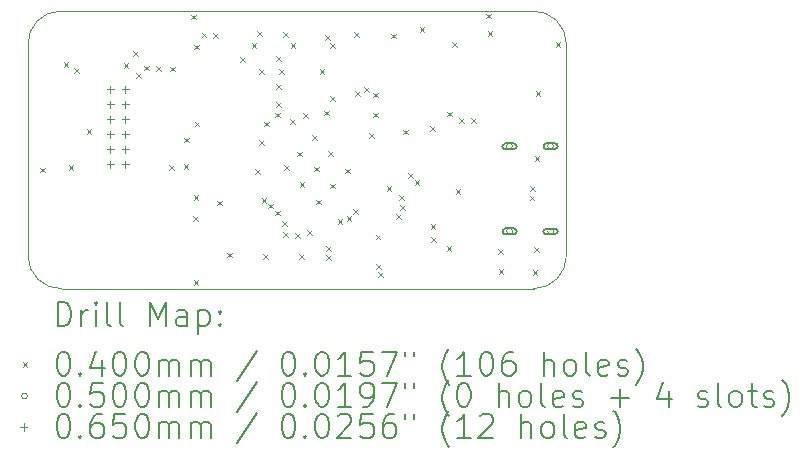
<source format=gbr>
%TF.GenerationSoftware,KiCad,Pcbnew,(6.0.9)*%
%TF.CreationDate,2022-11-24T16:48:48+01:00*%
%TF.ProjectId,LDAD ATOM PRO,4c444144-2041-4544-9f4d-2050524f2e6b,5.3*%
%TF.SameCoordinates,Original*%
%TF.FileFunction,Drillmap*%
%TF.FilePolarity,Positive*%
%FSLAX45Y45*%
G04 Gerber Fmt 4.5, Leading zero omitted, Abs format (unit mm)*
G04 Created by KiCad (PCBNEW (6.0.9)) date 2022-11-24 16:48:48*
%MOMM*%
%LPD*%
G01*
G04 APERTURE LIST*
%ADD10C,0.100000*%
%ADD11C,0.200000*%
%ADD12C,0.040000*%
%ADD13C,0.050000*%
%ADD14C,0.065000*%
G04 APERTURE END LIST*
D10*
X11910315Y-10919793D02*
X15903973Y-10920000D01*
X16181179Y-8848000D02*
G75*
G03*
X15893000Y-8570000I-278189J-10D01*
G01*
X15903973Y-10920002D02*
G75*
G03*
X16181972Y-10631820I-3J278182D01*
G01*
X11900387Y-8568955D02*
X15893000Y-8570000D01*
X16181972Y-10631820D02*
X16181180Y-8848000D01*
X11622138Y-10641793D02*
G75*
G03*
X11910315Y-10919793I278182J3D01*
G01*
X11622135Y-10641793D02*
X11622387Y-8857135D01*
X11900387Y-8568956D02*
G75*
G03*
X11622387Y-8857135I-27J-278154D01*
G01*
D11*
D12*
X11723000Y-9895000D02*
X11763000Y-9935000D01*
X11763000Y-9895000D02*
X11723000Y-9935000D01*
X11924000Y-9001000D02*
X11964000Y-9041000D01*
X11964000Y-9001000D02*
X11924000Y-9041000D01*
X11966000Y-9873000D02*
X12006000Y-9913000D01*
X12006000Y-9873000D02*
X11966000Y-9913000D01*
X12013000Y-9055000D02*
X12053000Y-9095000D01*
X12053000Y-9055000D02*
X12013000Y-9095000D01*
X12119000Y-9570000D02*
X12159000Y-9610000D01*
X12159000Y-9570000D02*
X12119000Y-9610000D01*
X12433000Y-9013000D02*
X12473000Y-9053000D01*
X12473000Y-9013000D02*
X12433000Y-9053000D01*
X12513000Y-8908000D02*
X12553000Y-8948000D01*
X12553000Y-8908000D02*
X12513000Y-8948000D01*
X12536000Y-9098000D02*
X12576000Y-9138000D01*
X12576000Y-9098000D02*
X12536000Y-9138000D01*
X12609000Y-9033000D02*
X12649000Y-9073000D01*
X12649000Y-9033000D02*
X12609000Y-9073000D01*
X12708000Y-9038000D02*
X12748000Y-9078000D01*
X12748000Y-9038000D02*
X12708000Y-9078000D01*
X12819000Y-9872000D02*
X12859000Y-9912000D01*
X12859000Y-9872000D02*
X12819000Y-9912000D01*
X12829000Y-9040000D02*
X12869000Y-9080000D01*
X12869000Y-9040000D02*
X12829000Y-9080000D01*
X12941000Y-9866000D02*
X12981000Y-9906000D01*
X12981000Y-9866000D02*
X12941000Y-9906000D01*
X12943000Y-9641000D02*
X12983000Y-9681000D01*
X12983000Y-9641000D02*
X12943000Y-9681000D01*
X13001000Y-8601000D02*
X13041000Y-8641000D01*
X13041000Y-8601000D02*
X13001000Y-8641000D01*
X13021000Y-10309000D02*
X13061000Y-10349000D01*
X13061000Y-10309000D02*
X13021000Y-10349000D01*
X13024000Y-10849000D02*
X13064000Y-10889000D01*
X13064000Y-10849000D02*
X13024000Y-10889000D01*
X13026000Y-10130000D02*
X13066000Y-10170000D01*
X13066000Y-10130000D02*
X13026000Y-10170000D01*
X13032000Y-8853000D02*
X13072000Y-8893000D01*
X13072000Y-8853000D02*
X13032000Y-8893000D01*
X13033000Y-9506000D02*
X13073000Y-9546000D01*
X13073000Y-9506000D02*
X13033000Y-9546000D01*
X13092000Y-8753000D02*
X13132000Y-8793000D01*
X13132000Y-8753000D02*
X13092000Y-8793000D01*
X13189000Y-8755000D02*
X13229000Y-8795000D01*
X13229000Y-8755000D02*
X13189000Y-8795000D01*
X13224000Y-10175000D02*
X13264000Y-10215000D01*
X13264000Y-10175000D02*
X13224000Y-10215000D01*
X13307000Y-10616000D02*
X13347000Y-10656000D01*
X13347000Y-10616000D02*
X13307000Y-10656000D01*
X13419000Y-8959000D02*
X13459000Y-8999000D01*
X13459000Y-8959000D02*
X13419000Y-8999000D01*
X13516000Y-8840000D02*
X13556000Y-8880000D01*
X13556000Y-8840000D02*
X13516000Y-8880000D01*
X13548000Y-9908000D02*
X13588000Y-9948000D01*
X13588000Y-9908000D02*
X13548000Y-9948000D01*
X13560000Y-8742000D02*
X13600000Y-8782000D01*
X13600000Y-8742000D02*
X13560000Y-8782000D01*
X13579000Y-9661000D02*
X13619000Y-9701000D01*
X13619000Y-9661000D02*
X13579000Y-9701000D01*
X13581000Y-9060000D02*
X13621000Y-9100000D01*
X13621000Y-9060000D02*
X13581000Y-9100000D01*
X13602000Y-10151000D02*
X13642000Y-10191000D01*
X13642000Y-10151000D02*
X13602000Y-10191000D01*
X13612000Y-10627000D02*
X13652000Y-10667000D01*
X13652000Y-10627000D02*
X13612000Y-10667000D01*
X13624000Y-9507000D02*
X13664000Y-9547000D01*
X13664000Y-9507000D02*
X13624000Y-9547000D01*
X13657000Y-10200000D02*
X13697000Y-10240000D01*
X13697000Y-10200000D02*
X13657000Y-10240000D01*
X13714000Y-10259000D02*
X13754000Y-10299000D01*
X13754000Y-10259000D02*
X13714000Y-10299000D01*
X13715000Y-9429000D02*
X13755000Y-9469000D01*
X13755000Y-9429000D02*
X13715000Y-9469000D01*
X13723000Y-9338000D02*
X13763000Y-9378000D01*
X13763000Y-9338000D02*
X13723000Y-9378000D01*
X13724000Y-8954000D02*
X13764000Y-8994000D01*
X13764000Y-8954000D02*
X13724000Y-8994000D01*
X13725000Y-9188000D02*
X13765000Y-9228000D01*
X13765000Y-9188000D02*
X13725000Y-9228000D01*
X13749000Y-9062000D02*
X13789000Y-9102000D01*
X13789000Y-9062000D02*
X13749000Y-9102000D01*
X13775000Y-10351000D02*
X13815000Y-10391000D01*
X13815000Y-10351000D02*
X13775000Y-10391000D01*
X13781000Y-8749000D02*
X13821000Y-8789000D01*
X13821000Y-8749000D02*
X13781000Y-8789000D01*
X13784000Y-10442000D02*
X13824000Y-10482000D01*
X13824000Y-10442000D02*
X13784000Y-10482000D01*
X13791000Y-9875000D02*
X13831000Y-9915000D01*
X13831000Y-9875000D02*
X13791000Y-9915000D01*
X13844000Y-9483000D02*
X13884000Y-9523000D01*
X13884000Y-9483000D02*
X13844000Y-9523000D01*
X13847000Y-8843000D02*
X13887000Y-8883000D01*
X13887000Y-8843000D02*
X13847000Y-8883000D01*
X13885000Y-10453000D02*
X13925000Y-10493000D01*
X13925000Y-10453000D02*
X13885000Y-10493000D01*
X13901000Y-9759000D02*
X13941000Y-9799000D01*
X13941000Y-9759000D02*
X13901000Y-9799000D01*
X13916000Y-10625000D02*
X13956000Y-10665000D01*
X13956000Y-10625000D02*
X13916000Y-10665000D01*
X13923000Y-10021000D02*
X13963000Y-10061000D01*
X13963000Y-10021000D02*
X13923000Y-10061000D01*
X13955000Y-9434000D02*
X13995000Y-9474000D01*
X13995000Y-9434000D02*
X13955000Y-9474000D01*
X13988000Y-10422000D02*
X14028000Y-10462000D01*
X14028000Y-10422000D02*
X13988000Y-10462000D01*
X14026000Y-9619000D02*
X14066000Y-9659000D01*
X14066000Y-9619000D02*
X14026000Y-9659000D01*
X14043000Y-9886000D02*
X14083000Y-9926000D01*
X14083000Y-9886000D02*
X14043000Y-9926000D01*
X14061000Y-10167000D02*
X14101000Y-10207000D01*
X14101000Y-10167000D02*
X14061000Y-10207000D01*
X14091000Y-9063000D02*
X14131000Y-9103000D01*
X14131000Y-9063000D02*
X14091000Y-9103000D01*
X14130000Y-9413000D02*
X14170000Y-9453000D01*
X14170000Y-9413000D02*
X14130000Y-9453000D01*
X14140000Y-8771000D02*
X14180000Y-8811000D01*
X14180000Y-8771000D02*
X14140000Y-8811000D01*
X14147000Y-10635000D02*
X14187000Y-10675000D01*
X14187000Y-10635000D02*
X14147000Y-10675000D01*
X14148000Y-10558000D02*
X14188000Y-10598000D01*
X14188000Y-10558000D02*
X14148000Y-10598000D01*
X14166000Y-9755000D02*
X14206000Y-9795000D01*
X14206000Y-9755000D02*
X14166000Y-9795000D01*
X14183000Y-8843000D02*
X14223000Y-8883000D01*
X14223000Y-8843000D02*
X14183000Y-8883000D01*
X14183000Y-9291000D02*
X14223000Y-9331000D01*
X14223000Y-9291000D02*
X14183000Y-9331000D01*
X14183000Y-10030000D02*
X14223000Y-10070000D01*
X14223000Y-10030000D02*
X14183000Y-10070000D01*
X14244000Y-10329000D02*
X14284000Y-10369000D01*
X14284000Y-10329000D02*
X14244000Y-10369000D01*
X14308000Y-9903000D02*
X14348000Y-9943000D01*
X14348000Y-9903000D02*
X14308000Y-9943000D01*
X14321000Y-10308000D02*
X14361000Y-10348000D01*
X14361000Y-10308000D02*
X14321000Y-10348000D01*
X14374000Y-10247000D02*
X14414000Y-10287000D01*
X14414000Y-10247000D02*
X14374000Y-10287000D01*
X14386000Y-8747000D02*
X14426000Y-8787000D01*
X14426000Y-8747000D02*
X14386000Y-8787000D01*
X14391000Y-9248000D02*
X14431000Y-9288000D01*
X14431000Y-9248000D02*
X14391000Y-9288000D01*
X14469000Y-9217000D02*
X14509000Y-9257000D01*
X14509000Y-9217000D02*
X14469000Y-9257000D01*
X14514000Y-9601000D02*
X14554000Y-9641000D01*
X14554000Y-9601000D02*
X14514000Y-9641000D01*
X14543000Y-9431000D02*
X14583000Y-9471000D01*
X14583000Y-9431000D02*
X14543000Y-9471000D01*
X14545000Y-9260000D02*
X14585000Y-9300000D01*
X14585000Y-9260000D02*
X14545000Y-9300000D01*
X14566000Y-10463000D02*
X14606000Y-10503000D01*
X14606000Y-10463000D02*
X14566000Y-10503000D01*
X14568000Y-10715000D02*
X14608000Y-10755000D01*
X14608000Y-10715000D02*
X14568000Y-10755000D01*
X14585000Y-10779000D02*
X14625000Y-10819000D01*
X14625000Y-10779000D02*
X14585000Y-10819000D01*
X14660000Y-10053000D02*
X14700000Y-10093000D01*
X14700000Y-10053000D02*
X14660000Y-10093000D01*
X14697000Y-8761000D02*
X14737000Y-8801000D01*
X14737000Y-8761000D02*
X14697000Y-8801000D01*
X14738000Y-10291000D02*
X14778000Y-10331000D01*
X14778000Y-10291000D02*
X14738000Y-10331000D01*
X14763000Y-10129000D02*
X14803000Y-10169000D01*
X14803000Y-10129000D02*
X14763000Y-10169000D01*
X14772000Y-10213000D02*
X14812000Y-10253000D01*
X14812000Y-10213000D02*
X14772000Y-10253000D01*
X14798000Y-9573000D02*
X14838000Y-9613000D01*
X14838000Y-9573000D02*
X14798000Y-9613000D01*
X14839000Y-9942000D02*
X14879000Y-9982000D01*
X14879000Y-9942000D02*
X14839000Y-9982000D01*
X14896000Y-10003000D02*
X14936000Y-10043000D01*
X14936000Y-10003000D02*
X14896000Y-10043000D01*
X14939000Y-8705000D02*
X14979000Y-8745000D01*
X14979000Y-8705000D02*
X14939000Y-8745000D01*
X15026000Y-9546000D02*
X15066000Y-9586000D01*
X15066000Y-9546000D02*
X15026000Y-9586000D01*
X15031000Y-10374000D02*
X15071000Y-10414000D01*
X15071000Y-10374000D02*
X15031000Y-10414000D01*
X15033000Y-10486000D02*
X15073000Y-10526000D01*
X15073000Y-10486000D02*
X15033000Y-10526000D01*
X15167000Y-10561000D02*
X15207000Y-10601000D01*
X15207000Y-10561000D02*
X15167000Y-10601000D01*
X15171000Y-9422000D02*
X15211000Y-9462000D01*
X15211000Y-9422000D02*
X15171000Y-9462000D01*
X15213000Y-8834000D02*
X15253000Y-8874000D01*
X15253000Y-8834000D02*
X15213000Y-8874000D01*
X15244000Y-10078950D02*
X15284000Y-10118950D01*
X15284000Y-10078950D02*
X15244000Y-10118950D01*
X15275000Y-9474000D02*
X15315000Y-9514000D01*
X15315000Y-9474000D02*
X15275000Y-9514000D01*
X15374000Y-9479000D02*
X15414000Y-9519000D01*
X15414000Y-9479000D02*
X15374000Y-9519000D01*
X15503000Y-8591000D02*
X15543000Y-8631000D01*
X15543000Y-8591000D02*
X15503000Y-8631000D01*
X15514000Y-8741000D02*
X15554000Y-8781000D01*
X15554000Y-8741000D02*
X15514000Y-8781000D01*
X15606000Y-10586000D02*
X15646000Y-10626000D01*
X15646000Y-10586000D02*
X15606000Y-10626000D01*
X15608000Y-10756000D02*
X15648000Y-10796000D01*
X15648000Y-10756000D02*
X15608000Y-10796000D01*
X15871000Y-10133000D02*
X15911000Y-10173000D01*
X15911000Y-10133000D02*
X15871000Y-10173000D01*
X15875315Y-10053166D02*
X15915315Y-10093166D01*
X15915315Y-10053166D02*
X15875315Y-10093166D01*
X15895000Y-10761000D02*
X15935000Y-10801000D01*
X15935000Y-10761000D02*
X15895000Y-10801000D01*
X15905000Y-10571000D02*
X15945000Y-10611000D01*
X15945000Y-10571000D02*
X15905000Y-10611000D01*
X15913000Y-9800000D02*
X15953000Y-9840000D01*
X15953000Y-9800000D02*
X15913000Y-9840000D01*
X15920000Y-9248000D02*
X15960000Y-9288000D01*
X15960000Y-9248000D02*
X15920000Y-9288000D01*
X16090000Y-8834000D02*
X16130000Y-8874000D01*
X16130000Y-8834000D02*
X16090000Y-8874000D01*
D13*
X15724000Y-9716000D02*
G75*
G03*
X15724000Y-9716000I-25000J0D01*
G01*
D11*
X15664000Y-9741000D02*
X15734000Y-9741000D01*
X15664000Y-9691000D02*
X15734000Y-9691000D01*
X15734000Y-9741000D02*
G75*
G03*
X15734000Y-9691000I0J25000D01*
G01*
X15664000Y-9691000D02*
G75*
G03*
X15664000Y-9741000I0J-25000D01*
G01*
D13*
X15725000Y-10435000D02*
G75*
G03*
X15725000Y-10435000I-25000J0D01*
G01*
D11*
X15665000Y-10460000D02*
X15735000Y-10460000D01*
X15665000Y-10410000D02*
X15735000Y-10410000D01*
X15735000Y-10460000D02*
G75*
G03*
X15735000Y-10410000I0J25000D01*
G01*
X15665000Y-10410000D02*
G75*
G03*
X15665000Y-10460000I0J-25000D01*
G01*
D13*
X16072000Y-9714000D02*
G75*
G03*
X16072000Y-9714000I-25000J0D01*
G01*
D11*
X16012000Y-9739000D02*
X16082000Y-9739000D01*
X16012000Y-9689000D02*
X16082000Y-9689000D01*
X16082000Y-9739000D02*
G75*
G03*
X16082000Y-9689000I0J25000D01*
G01*
X16012000Y-9689000D02*
G75*
G03*
X16012000Y-9739000I0J-25000D01*
G01*
D13*
X16072000Y-10436000D02*
G75*
G03*
X16072000Y-10436000I-25000J0D01*
G01*
D11*
X16012000Y-10461000D02*
X16082000Y-10461000D01*
X16012000Y-10411000D02*
X16082000Y-10411000D01*
X16082000Y-10461000D02*
G75*
G03*
X16082000Y-10411000I0J25000D01*
G01*
X16012000Y-10411000D02*
G75*
G03*
X16012000Y-10461000I0J-25000D01*
G01*
D14*
X12320500Y-9201000D02*
X12320500Y-9266000D01*
X12288000Y-9233500D02*
X12353000Y-9233500D01*
X12320500Y-9328000D02*
X12320500Y-9393000D01*
X12288000Y-9360500D02*
X12353000Y-9360500D01*
X12320500Y-9455000D02*
X12320500Y-9520000D01*
X12288000Y-9487500D02*
X12353000Y-9487500D01*
X12320500Y-9582000D02*
X12320500Y-9647000D01*
X12288000Y-9614500D02*
X12353000Y-9614500D01*
X12320500Y-9709000D02*
X12320500Y-9774000D01*
X12288000Y-9741500D02*
X12353000Y-9741500D01*
X12320500Y-9836000D02*
X12320500Y-9901000D01*
X12288000Y-9868500D02*
X12353000Y-9868500D01*
X12447500Y-9201000D02*
X12447500Y-9266000D01*
X12415000Y-9233500D02*
X12480000Y-9233500D01*
X12447500Y-9328000D02*
X12447500Y-9393000D01*
X12415000Y-9360500D02*
X12480000Y-9360500D01*
X12447500Y-9455000D02*
X12447500Y-9520000D01*
X12415000Y-9487500D02*
X12480000Y-9487500D01*
X12447500Y-9582000D02*
X12447500Y-9647000D01*
X12415000Y-9614500D02*
X12480000Y-9614500D01*
X12447500Y-9709000D02*
X12447500Y-9774000D01*
X12415000Y-9741500D02*
X12480000Y-9741500D01*
X12447500Y-9836000D02*
X12447500Y-9901000D01*
X12415000Y-9868500D02*
X12480000Y-9868500D01*
D11*
X11874754Y-11235476D02*
X11874754Y-11035476D01*
X11922373Y-11035476D01*
X11950944Y-11045000D01*
X11969992Y-11064048D01*
X11979516Y-11083095D01*
X11989040Y-11121190D01*
X11989040Y-11149762D01*
X11979516Y-11187857D01*
X11969992Y-11206905D01*
X11950944Y-11225952D01*
X11922373Y-11235476D01*
X11874754Y-11235476D01*
X12074754Y-11235476D02*
X12074754Y-11102143D01*
X12074754Y-11140238D02*
X12084278Y-11121190D01*
X12093801Y-11111667D01*
X12112849Y-11102143D01*
X12131897Y-11102143D01*
X12198563Y-11235476D02*
X12198563Y-11102143D01*
X12198563Y-11035476D02*
X12189040Y-11045000D01*
X12198563Y-11054524D01*
X12208087Y-11045000D01*
X12198563Y-11035476D01*
X12198563Y-11054524D01*
X12322373Y-11235476D02*
X12303325Y-11225952D01*
X12293801Y-11206905D01*
X12293801Y-11035476D01*
X12427135Y-11235476D02*
X12408087Y-11225952D01*
X12398563Y-11206905D01*
X12398563Y-11035476D01*
X12655706Y-11235476D02*
X12655706Y-11035476D01*
X12722373Y-11178333D01*
X12789040Y-11035476D01*
X12789040Y-11235476D01*
X12969992Y-11235476D02*
X12969992Y-11130714D01*
X12960468Y-11111667D01*
X12941421Y-11102143D01*
X12903325Y-11102143D01*
X12884278Y-11111667D01*
X12969992Y-11225952D02*
X12950944Y-11235476D01*
X12903325Y-11235476D01*
X12884278Y-11225952D01*
X12874754Y-11206905D01*
X12874754Y-11187857D01*
X12884278Y-11168809D01*
X12903325Y-11159286D01*
X12950944Y-11159286D01*
X12969992Y-11149762D01*
X13065230Y-11102143D02*
X13065230Y-11302143D01*
X13065230Y-11111667D02*
X13084278Y-11102143D01*
X13122373Y-11102143D01*
X13141421Y-11111667D01*
X13150944Y-11121190D01*
X13160468Y-11140238D01*
X13160468Y-11197381D01*
X13150944Y-11216428D01*
X13141421Y-11225952D01*
X13122373Y-11235476D01*
X13084278Y-11235476D01*
X13065230Y-11225952D01*
X13246182Y-11216428D02*
X13255706Y-11225952D01*
X13246182Y-11235476D01*
X13236659Y-11225952D01*
X13246182Y-11216428D01*
X13246182Y-11235476D01*
X13246182Y-11111667D02*
X13255706Y-11121190D01*
X13246182Y-11130714D01*
X13236659Y-11121190D01*
X13246182Y-11111667D01*
X13246182Y-11130714D01*
D12*
X11577135Y-11545000D02*
X11617135Y-11585000D01*
X11617135Y-11545000D02*
X11577135Y-11585000D01*
D11*
X11912849Y-11455476D02*
X11931897Y-11455476D01*
X11950944Y-11465000D01*
X11960468Y-11474524D01*
X11969992Y-11493571D01*
X11979516Y-11531666D01*
X11979516Y-11579286D01*
X11969992Y-11617381D01*
X11960468Y-11636428D01*
X11950944Y-11645952D01*
X11931897Y-11655476D01*
X11912849Y-11655476D01*
X11893801Y-11645952D01*
X11884278Y-11636428D01*
X11874754Y-11617381D01*
X11865230Y-11579286D01*
X11865230Y-11531666D01*
X11874754Y-11493571D01*
X11884278Y-11474524D01*
X11893801Y-11465000D01*
X11912849Y-11455476D01*
X12065230Y-11636428D02*
X12074754Y-11645952D01*
X12065230Y-11655476D01*
X12055706Y-11645952D01*
X12065230Y-11636428D01*
X12065230Y-11655476D01*
X12246182Y-11522143D02*
X12246182Y-11655476D01*
X12198563Y-11445952D02*
X12150944Y-11588809D01*
X12274754Y-11588809D01*
X12389040Y-11455476D02*
X12408087Y-11455476D01*
X12427135Y-11465000D01*
X12436659Y-11474524D01*
X12446182Y-11493571D01*
X12455706Y-11531666D01*
X12455706Y-11579286D01*
X12446182Y-11617381D01*
X12436659Y-11636428D01*
X12427135Y-11645952D01*
X12408087Y-11655476D01*
X12389040Y-11655476D01*
X12369992Y-11645952D01*
X12360468Y-11636428D01*
X12350944Y-11617381D01*
X12341421Y-11579286D01*
X12341421Y-11531666D01*
X12350944Y-11493571D01*
X12360468Y-11474524D01*
X12369992Y-11465000D01*
X12389040Y-11455476D01*
X12579516Y-11455476D02*
X12598563Y-11455476D01*
X12617611Y-11465000D01*
X12627135Y-11474524D01*
X12636659Y-11493571D01*
X12646182Y-11531666D01*
X12646182Y-11579286D01*
X12636659Y-11617381D01*
X12627135Y-11636428D01*
X12617611Y-11645952D01*
X12598563Y-11655476D01*
X12579516Y-11655476D01*
X12560468Y-11645952D01*
X12550944Y-11636428D01*
X12541421Y-11617381D01*
X12531897Y-11579286D01*
X12531897Y-11531666D01*
X12541421Y-11493571D01*
X12550944Y-11474524D01*
X12560468Y-11465000D01*
X12579516Y-11455476D01*
X12731897Y-11655476D02*
X12731897Y-11522143D01*
X12731897Y-11541190D02*
X12741421Y-11531666D01*
X12760468Y-11522143D01*
X12789040Y-11522143D01*
X12808087Y-11531666D01*
X12817611Y-11550714D01*
X12817611Y-11655476D01*
X12817611Y-11550714D02*
X12827135Y-11531666D01*
X12846182Y-11522143D01*
X12874754Y-11522143D01*
X12893801Y-11531666D01*
X12903325Y-11550714D01*
X12903325Y-11655476D01*
X12998563Y-11655476D02*
X12998563Y-11522143D01*
X12998563Y-11541190D02*
X13008087Y-11531666D01*
X13027135Y-11522143D01*
X13055706Y-11522143D01*
X13074754Y-11531666D01*
X13084278Y-11550714D01*
X13084278Y-11655476D01*
X13084278Y-11550714D02*
X13093801Y-11531666D01*
X13112849Y-11522143D01*
X13141421Y-11522143D01*
X13160468Y-11531666D01*
X13169992Y-11550714D01*
X13169992Y-11655476D01*
X13560468Y-11445952D02*
X13389040Y-11703095D01*
X13817611Y-11455476D02*
X13836659Y-11455476D01*
X13855706Y-11465000D01*
X13865230Y-11474524D01*
X13874754Y-11493571D01*
X13884278Y-11531666D01*
X13884278Y-11579286D01*
X13874754Y-11617381D01*
X13865230Y-11636428D01*
X13855706Y-11645952D01*
X13836659Y-11655476D01*
X13817611Y-11655476D01*
X13798563Y-11645952D01*
X13789040Y-11636428D01*
X13779516Y-11617381D01*
X13769992Y-11579286D01*
X13769992Y-11531666D01*
X13779516Y-11493571D01*
X13789040Y-11474524D01*
X13798563Y-11465000D01*
X13817611Y-11455476D01*
X13969992Y-11636428D02*
X13979516Y-11645952D01*
X13969992Y-11655476D01*
X13960468Y-11645952D01*
X13969992Y-11636428D01*
X13969992Y-11655476D01*
X14103325Y-11455476D02*
X14122373Y-11455476D01*
X14141421Y-11465000D01*
X14150944Y-11474524D01*
X14160468Y-11493571D01*
X14169992Y-11531666D01*
X14169992Y-11579286D01*
X14160468Y-11617381D01*
X14150944Y-11636428D01*
X14141421Y-11645952D01*
X14122373Y-11655476D01*
X14103325Y-11655476D01*
X14084278Y-11645952D01*
X14074754Y-11636428D01*
X14065230Y-11617381D01*
X14055706Y-11579286D01*
X14055706Y-11531666D01*
X14065230Y-11493571D01*
X14074754Y-11474524D01*
X14084278Y-11465000D01*
X14103325Y-11455476D01*
X14360468Y-11655476D02*
X14246182Y-11655476D01*
X14303325Y-11655476D02*
X14303325Y-11455476D01*
X14284278Y-11484047D01*
X14265230Y-11503095D01*
X14246182Y-11512619D01*
X14541421Y-11455476D02*
X14446182Y-11455476D01*
X14436659Y-11550714D01*
X14446182Y-11541190D01*
X14465230Y-11531666D01*
X14512849Y-11531666D01*
X14531897Y-11541190D01*
X14541421Y-11550714D01*
X14550944Y-11569762D01*
X14550944Y-11617381D01*
X14541421Y-11636428D01*
X14531897Y-11645952D01*
X14512849Y-11655476D01*
X14465230Y-11655476D01*
X14446182Y-11645952D01*
X14436659Y-11636428D01*
X14617611Y-11455476D02*
X14750944Y-11455476D01*
X14665230Y-11655476D01*
X14817611Y-11455476D02*
X14817611Y-11493571D01*
X14893801Y-11455476D02*
X14893801Y-11493571D01*
X15189040Y-11731666D02*
X15179516Y-11722143D01*
X15160468Y-11693571D01*
X15150944Y-11674524D01*
X15141421Y-11645952D01*
X15131897Y-11598333D01*
X15131897Y-11560238D01*
X15141421Y-11512619D01*
X15150944Y-11484047D01*
X15160468Y-11465000D01*
X15179516Y-11436428D01*
X15189040Y-11426905D01*
X15369992Y-11655476D02*
X15255706Y-11655476D01*
X15312849Y-11655476D02*
X15312849Y-11455476D01*
X15293801Y-11484047D01*
X15274754Y-11503095D01*
X15255706Y-11512619D01*
X15493801Y-11455476D02*
X15512849Y-11455476D01*
X15531897Y-11465000D01*
X15541421Y-11474524D01*
X15550944Y-11493571D01*
X15560468Y-11531666D01*
X15560468Y-11579286D01*
X15550944Y-11617381D01*
X15541421Y-11636428D01*
X15531897Y-11645952D01*
X15512849Y-11655476D01*
X15493801Y-11655476D01*
X15474754Y-11645952D01*
X15465230Y-11636428D01*
X15455706Y-11617381D01*
X15446182Y-11579286D01*
X15446182Y-11531666D01*
X15455706Y-11493571D01*
X15465230Y-11474524D01*
X15474754Y-11465000D01*
X15493801Y-11455476D01*
X15731897Y-11455476D02*
X15693801Y-11455476D01*
X15674754Y-11465000D01*
X15665230Y-11474524D01*
X15646182Y-11503095D01*
X15636659Y-11541190D01*
X15636659Y-11617381D01*
X15646182Y-11636428D01*
X15655706Y-11645952D01*
X15674754Y-11655476D01*
X15712849Y-11655476D01*
X15731897Y-11645952D01*
X15741421Y-11636428D01*
X15750944Y-11617381D01*
X15750944Y-11569762D01*
X15741421Y-11550714D01*
X15731897Y-11541190D01*
X15712849Y-11531666D01*
X15674754Y-11531666D01*
X15655706Y-11541190D01*
X15646182Y-11550714D01*
X15636659Y-11569762D01*
X15989040Y-11655476D02*
X15989040Y-11455476D01*
X16074754Y-11655476D02*
X16074754Y-11550714D01*
X16065230Y-11531666D01*
X16046182Y-11522143D01*
X16017611Y-11522143D01*
X15998563Y-11531666D01*
X15989040Y-11541190D01*
X16198563Y-11655476D02*
X16179516Y-11645952D01*
X16169992Y-11636428D01*
X16160468Y-11617381D01*
X16160468Y-11560238D01*
X16169992Y-11541190D01*
X16179516Y-11531666D01*
X16198563Y-11522143D01*
X16227135Y-11522143D01*
X16246182Y-11531666D01*
X16255706Y-11541190D01*
X16265230Y-11560238D01*
X16265230Y-11617381D01*
X16255706Y-11636428D01*
X16246182Y-11645952D01*
X16227135Y-11655476D01*
X16198563Y-11655476D01*
X16379516Y-11655476D02*
X16360468Y-11645952D01*
X16350944Y-11626905D01*
X16350944Y-11455476D01*
X16531897Y-11645952D02*
X16512849Y-11655476D01*
X16474754Y-11655476D01*
X16455706Y-11645952D01*
X16446182Y-11626905D01*
X16446182Y-11550714D01*
X16455706Y-11531666D01*
X16474754Y-11522143D01*
X16512849Y-11522143D01*
X16531897Y-11531666D01*
X16541421Y-11550714D01*
X16541421Y-11569762D01*
X16446182Y-11588809D01*
X16617611Y-11645952D02*
X16636659Y-11655476D01*
X16674754Y-11655476D01*
X16693801Y-11645952D01*
X16703325Y-11626905D01*
X16703325Y-11617381D01*
X16693801Y-11598333D01*
X16674754Y-11588809D01*
X16646182Y-11588809D01*
X16627135Y-11579286D01*
X16617611Y-11560238D01*
X16617611Y-11550714D01*
X16627135Y-11531666D01*
X16646182Y-11522143D01*
X16674754Y-11522143D01*
X16693801Y-11531666D01*
X16769992Y-11731666D02*
X16779516Y-11722143D01*
X16798563Y-11693571D01*
X16808087Y-11674524D01*
X16817611Y-11645952D01*
X16827135Y-11598333D01*
X16827135Y-11560238D01*
X16817611Y-11512619D01*
X16808087Y-11484047D01*
X16798563Y-11465000D01*
X16779516Y-11436428D01*
X16769992Y-11426905D01*
D13*
X11617135Y-11829000D02*
G75*
G03*
X11617135Y-11829000I-25000J0D01*
G01*
D11*
X11912849Y-11719476D02*
X11931897Y-11719476D01*
X11950944Y-11729000D01*
X11960468Y-11738524D01*
X11969992Y-11757571D01*
X11979516Y-11795666D01*
X11979516Y-11843286D01*
X11969992Y-11881381D01*
X11960468Y-11900428D01*
X11950944Y-11909952D01*
X11931897Y-11919476D01*
X11912849Y-11919476D01*
X11893801Y-11909952D01*
X11884278Y-11900428D01*
X11874754Y-11881381D01*
X11865230Y-11843286D01*
X11865230Y-11795666D01*
X11874754Y-11757571D01*
X11884278Y-11738524D01*
X11893801Y-11729000D01*
X11912849Y-11719476D01*
X12065230Y-11900428D02*
X12074754Y-11909952D01*
X12065230Y-11919476D01*
X12055706Y-11909952D01*
X12065230Y-11900428D01*
X12065230Y-11919476D01*
X12255706Y-11719476D02*
X12160468Y-11719476D01*
X12150944Y-11814714D01*
X12160468Y-11805190D01*
X12179516Y-11795666D01*
X12227135Y-11795666D01*
X12246182Y-11805190D01*
X12255706Y-11814714D01*
X12265230Y-11833762D01*
X12265230Y-11881381D01*
X12255706Y-11900428D01*
X12246182Y-11909952D01*
X12227135Y-11919476D01*
X12179516Y-11919476D01*
X12160468Y-11909952D01*
X12150944Y-11900428D01*
X12389040Y-11719476D02*
X12408087Y-11719476D01*
X12427135Y-11729000D01*
X12436659Y-11738524D01*
X12446182Y-11757571D01*
X12455706Y-11795666D01*
X12455706Y-11843286D01*
X12446182Y-11881381D01*
X12436659Y-11900428D01*
X12427135Y-11909952D01*
X12408087Y-11919476D01*
X12389040Y-11919476D01*
X12369992Y-11909952D01*
X12360468Y-11900428D01*
X12350944Y-11881381D01*
X12341421Y-11843286D01*
X12341421Y-11795666D01*
X12350944Y-11757571D01*
X12360468Y-11738524D01*
X12369992Y-11729000D01*
X12389040Y-11719476D01*
X12579516Y-11719476D02*
X12598563Y-11719476D01*
X12617611Y-11729000D01*
X12627135Y-11738524D01*
X12636659Y-11757571D01*
X12646182Y-11795666D01*
X12646182Y-11843286D01*
X12636659Y-11881381D01*
X12627135Y-11900428D01*
X12617611Y-11909952D01*
X12598563Y-11919476D01*
X12579516Y-11919476D01*
X12560468Y-11909952D01*
X12550944Y-11900428D01*
X12541421Y-11881381D01*
X12531897Y-11843286D01*
X12531897Y-11795666D01*
X12541421Y-11757571D01*
X12550944Y-11738524D01*
X12560468Y-11729000D01*
X12579516Y-11719476D01*
X12731897Y-11919476D02*
X12731897Y-11786143D01*
X12731897Y-11805190D02*
X12741421Y-11795666D01*
X12760468Y-11786143D01*
X12789040Y-11786143D01*
X12808087Y-11795666D01*
X12817611Y-11814714D01*
X12817611Y-11919476D01*
X12817611Y-11814714D02*
X12827135Y-11795666D01*
X12846182Y-11786143D01*
X12874754Y-11786143D01*
X12893801Y-11795666D01*
X12903325Y-11814714D01*
X12903325Y-11919476D01*
X12998563Y-11919476D02*
X12998563Y-11786143D01*
X12998563Y-11805190D02*
X13008087Y-11795666D01*
X13027135Y-11786143D01*
X13055706Y-11786143D01*
X13074754Y-11795666D01*
X13084278Y-11814714D01*
X13084278Y-11919476D01*
X13084278Y-11814714D02*
X13093801Y-11795666D01*
X13112849Y-11786143D01*
X13141421Y-11786143D01*
X13160468Y-11795666D01*
X13169992Y-11814714D01*
X13169992Y-11919476D01*
X13560468Y-11709952D02*
X13389040Y-11967095D01*
X13817611Y-11719476D02*
X13836659Y-11719476D01*
X13855706Y-11729000D01*
X13865230Y-11738524D01*
X13874754Y-11757571D01*
X13884278Y-11795666D01*
X13884278Y-11843286D01*
X13874754Y-11881381D01*
X13865230Y-11900428D01*
X13855706Y-11909952D01*
X13836659Y-11919476D01*
X13817611Y-11919476D01*
X13798563Y-11909952D01*
X13789040Y-11900428D01*
X13779516Y-11881381D01*
X13769992Y-11843286D01*
X13769992Y-11795666D01*
X13779516Y-11757571D01*
X13789040Y-11738524D01*
X13798563Y-11729000D01*
X13817611Y-11719476D01*
X13969992Y-11900428D02*
X13979516Y-11909952D01*
X13969992Y-11919476D01*
X13960468Y-11909952D01*
X13969992Y-11900428D01*
X13969992Y-11919476D01*
X14103325Y-11719476D02*
X14122373Y-11719476D01*
X14141421Y-11729000D01*
X14150944Y-11738524D01*
X14160468Y-11757571D01*
X14169992Y-11795666D01*
X14169992Y-11843286D01*
X14160468Y-11881381D01*
X14150944Y-11900428D01*
X14141421Y-11909952D01*
X14122373Y-11919476D01*
X14103325Y-11919476D01*
X14084278Y-11909952D01*
X14074754Y-11900428D01*
X14065230Y-11881381D01*
X14055706Y-11843286D01*
X14055706Y-11795666D01*
X14065230Y-11757571D01*
X14074754Y-11738524D01*
X14084278Y-11729000D01*
X14103325Y-11719476D01*
X14360468Y-11919476D02*
X14246182Y-11919476D01*
X14303325Y-11919476D02*
X14303325Y-11719476D01*
X14284278Y-11748047D01*
X14265230Y-11767095D01*
X14246182Y-11776619D01*
X14455706Y-11919476D02*
X14493801Y-11919476D01*
X14512849Y-11909952D01*
X14522373Y-11900428D01*
X14541421Y-11871857D01*
X14550944Y-11833762D01*
X14550944Y-11757571D01*
X14541421Y-11738524D01*
X14531897Y-11729000D01*
X14512849Y-11719476D01*
X14474754Y-11719476D01*
X14455706Y-11729000D01*
X14446182Y-11738524D01*
X14436659Y-11757571D01*
X14436659Y-11805190D01*
X14446182Y-11824238D01*
X14455706Y-11833762D01*
X14474754Y-11843286D01*
X14512849Y-11843286D01*
X14531897Y-11833762D01*
X14541421Y-11824238D01*
X14550944Y-11805190D01*
X14617611Y-11719476D02*
X14750944Y-11719476D01*
X14665230Y-11919476D01*
X14817611Y-11719476D02*
X14817611Y-11757571D01*
X14893801Y-11719476D02*
X14893801Y-11757571D01*
X15189040Y-11995666D02*
X15179516Y-11986143D01*
X15160468Y-11957571D01*
X15150944Y-11938524D01*
X15141421Y-11909952D01*
X15131897Y-11862333D01*
X15131897Y-11824238D01*
X15141421Y-11776619D01*
X15150944Y-11748047D01*
X15160468Y-11729000D01*
X15179516Y-11700428D01*
X15189040Y-11690905D01*
X15303325Y-11719476D02*
X15322373Y-11719476D01*
X15341421Y-11729000D01*
X15350944Y-11738524D01*
X15360468Y-11757571D01*
X15369992Y-11795666D01*
X15369992Y-11843286D01*
X15360468Y-11881381D01*
X15350944Y-11900428D01*
X15341421Y-11909952D01*
X15322373Y-11919476D01*
X15303325Y-11919476D01*
X15284278Y-11909952D01*
X15274754Y-11900428D01*
X15265230Y-11881381D01*
X15255706Y-11843286D01*
X15255706Y-11795666D01*
X15265230Y-11757571D01*
X15274754Y-11738524D01*
X15284278Y-11729000D01*
X15303325Y-11719476D01*
X15608087Y-11919476D02*
X15608087Y-11719476D01*
X15693801Y-11919476D02*
X15693801Y-11814714D01*
X15684278Y-11795666D01*
X15665230Y-11786143D01*
X15636659Y-11786143D01*
X15617611Y-11795666D01*
X15608087Y-11805190D01*
X15817611Y-11919476D02*
X15798563Y-11909952D01*
X15789040Y-11900428D01*
X15779516Y-11881381D01*
X15779516Y-11824238D01*
X15789040Y-11805190D01*
X15798563Y-11795666D01*
X15817611Y-11786143D01*
X15846182Y-11786143D01*
X15865230Y-11795666D01*
X15874754Y-11805190D01*
X15884278Y-11824238D01*
X15884278Y-11881381D01*
X15874754Y-11900428D01*
X15865230Y-11909952D01*
X15846182Y-11919476D01*
X15817611Y-11919476D01*
X15998563Y-11919476D02*
X15979516Y-11909952D01*
X15969992Y-11890905D01*
X15969992Y-11719476D01*
X16150944Y-11909952D02*
X16131897Y-11919476D01*
X16093801Y-11919476D01*
X16074754Y-11909952D01*
X16065230Y-11890905D01*
X16065230Y-11814714D01*
X16074754Y-11795666D01*
X16093801Y-11786143D01*
X16131897Y-11786143D01*
X16150944Y-11795666D01*
X16160468Y-11814714D01*
X16160468Y-11833762D01*
X16065230Y-11852809D01*
X16236659Y-11909952D02*
X16255706Y-11919476D01*
X16293801Y-11919476D01*
X16312849Y-11909952D01*
X16322373Y-11890905D01*
X16322373Y-11881381D01*
X16312849Y-11862333D01*
X16293801Y-11852809D01*
X16265230Y-11852809D01*
X16246182Y-11843286D01*
X16236659Y-11824238D01*
X16236659Y-11814714D01*
X16246182Y-11795666D01*
X16265230Y-11786143D01*
X16293801Y-11786143D01*
X16312849Y-11795666D01*
X16560468Y-11843286D02*
X16712849Y-11843286D01*
X16636659Y-11919476D02*
X16636659Y-11767095D01*
X17046183Y-11786143D02*
X17046183Y-11919476D01*
X16998563Y-11709952D02*
X16950944Y-11852809D01*
X17074754Y-11852809D01*
X17293802Y-11909952D02*
X17312849Y-11919476D01*
X17350944Y-11919476D01*
X17369992Y-11909952D01*
X17379516Y-11890905D01*
X17379516Y-11881381D01*
X17369992Y-11862333D01*
X17350944Y-11852809D01*
X17322373Y-11852809D01*
X17303325Y-11843286D01*
X17293802Y-11824238D01*
X17293802Y-11814714D01*
X17303325Y-11795666D01*
X17322373Y-11786143D01*
X17350944Y-11786143D01*
X17369992Y-11795666D01*
X17493802Y-11919476D02*
X17474754Y-11909952D01*
X17465230Y-11890905D01*
X17465230Y-11719476D01*
X17598563Y-11919476D02*
X17579516Y-11909952D01*
X17569992Y-11900428D01*
X17560468Y-11881381D01*
X17560468Y-11824238D01*
X17569992Y-11805190D01*
X17579516Y-11795666D01*
X17598563Y-11786143D01*
X17627135Y-11786143D01*
X17646183Y-11795666D01*
X17655706Y-11805190D01*
X17665230Y-11824238D01*
X17665230Y-11881381D01*
X17655706Y-11900428D01*
X17646183Y-11909952D01*
X17627135Y-11919476D01*
X17598563Y-11919476D01*
X17722373Y-11786143D02*
X17798563Y-11786143D01*
X17750944Y-11719476D02*
X17750944Y-11890905D01*
X17760468Y-11909952D01*
X17779516Y-11919476D01*
X17798563Y-11919476D01*
X17855706Y-11909952D02*
X17874754Y-11919476D01*
X17912849Y-11919476D01*
X17931897Y-11909952D01*
X17941421Y-11890905D01*
X17941421Y-11881381D01*
X17931897Y-11862333D01*
X17912849Y-11852809D01*
X17884278Y-11852809D01*
X17865230Y-11843286D01*
X17855706Y-11824238D01*
X17855706Y-11814714D01*
X17865230Y-11795666D01*
X17884278Y-11786143D01*
X17912849Y-11786143D01*
X17931897Y-11795666D01*
X18008087Y-11995666D02*
X18017611Y-11986143D01*
X18036659Y-11957571D01*
X18046183Y-11938524D01*
X18055706Y-11909952D01*
X18065230Y-11862333D01*
X18065230Y-11824238D01*
X18055706Y-11776619D01*
X18046183Y-11748047D01*
X18036659Y-11729000D01*
X18017611Y-11700428D01*
X18008087Y-11690905D01*
D14*
X11584635Y-12060500D02*
X11584635Y-12125500D01*
X11552135Y-12093000D02*
X11617135Y-12093000D01*
D11*
X11912849Y-11983476D02*
X11931897Y-11983476D01*
X11950944Y-11993000D01*
X11960468Y-12002524D01*
X11969992Y-12021571D01*
X11979516Y-12059666D01*
X11979516Y-12107286D01*
X11969992Y-12145381D01*
X11960468Y-12164428D01*
X11950944Y-12173952D01*
X11931897Y-12183476D01*
X11912849Y-12183476D01*
X11893801Y-12173952D01*
X11884278Y-12164428D01*
X11874754Y-12145381D01*
X11865230Y-12107286D01*
X11865230Y-12059666D01*
X11874754Y-12021571D01*
X11884278Y-12002524D01*
X11893801Y-11993000D01*
X11912849Y-11983476D01*
X12065230Y-12164428D02*
X12074754Y-12173952D01*
X12065230Y-12183476D01*
X12055706Y-12173952D01*
X12065230Y-12164428D01*
X12065230Y-12183476D01*
X12246182Y-11983476D02*
X12208087Y-11983476D01*
X12189040Y-11993000D01*
X12179516Y-12002524D01*
X12160468Y-12031095D01*
X12150944Y-12069190D01*
X12150944Y-12145381D01*
X12160468Y-12164428D01*
X12169992Y-12173952D01*
X12189040Y-12183476D01*
X12227135Y-12183476D01*
X12246182Y-12173952D01*
X12255706Y-12164428D01*
X12265230Y-12145381D01*
X12265230Y-12097762D01*
X12255706Y-12078714D01*
X12246182Y-12069190D01*
X12227135Y-12059666D01*
X12189040Y-12059666D01*
X12169992Y-12069190D01*
X12160468Y-12078714D01*
X12150944Y-12097762D01*
X12446182Y-11983476D02*
X12350944Y-11983476D01*
X12341421Y-12078714D01*
X12350944Y-12069190D01*
X12369992Y-12059666D01*
X12417611Y-12059666D01*
X12436659Y-12069190D01*
X12446182Y-12078714D01*
X12455706Y-12097762D01*
X12455706Y-12145381D01*
X12446182Y-12164428D01*
X12436659Y-12173952D01*
X12417611Y-12183476D01*
X12369992Y-12183476D01*
X12350944Y-12173952D01*
X12341421Y-12164428D01*
X12579516Y-11983476D02*
X12598563Y-11983476D01*
X12617611Y-11993000D01*
X12627135Y-12002524D01*
X12636659Y-12021571D01*
X12646182Y-12059666D01*
X12646182Y-12107286D01*
X12636659Y-12145381D01*
X12627135Y-12164428D01*
X12617611Y-12173952D01*
X12598563Y-12183476D01*
X12579516Y-12183476D01*
X12560468Y-12173952D01*
X12550944Y-12164428D01*
X12541421Y-12145381D01*
X12531897Y-12107286D01*
X12531897Y-12059666D01*
X12541421Y-12021571D01*
X12550944Y-12002524D01*
X12560468Y-11993000D01*
X12579516Y-11983476D01*
X12731897Y-12183476D02*
X12731897Y-12050143D01*
X12731897Y-12069190D02*
X12741421Y-12059666D01*
X12760468Y-12050143D01*
X12789040Y-12050143D01*
X12808087Y-12059666D01*
X12817611Y-12078714D01*
X12817611Y-12183476D01*
X12817611Y-12078714D02*
X12827135Y-12059666D01*
X12846182Y-12050143D01*
X12874754Y-12050143D01*
X12893801Y-12059666D01*
X12903325Y-12078714D01*
X12903325Y-12183476D01*
X12998563Y-12183476D02*
X12998563Y-12050143D01*
X12998563Y-12069190D02*
X13008087Y-12059666D01*
X13027135Y-12050143D01*
X13055706Y-12050143D01*
X13074754Y-12059666D01*
X13084278Y-12078714D01*
X13084278Y-12183476D01*
X13084278Y-12078714D02*
X13093801Y-12059666D01*
X13112849Y-12050143D01*
X13141421Y-12050143D01*
X13160468Y-12059666D01*
X13169992Y-12078714D01*
X13169992Y-12183476D01*
X13560468Y-11973952D02*
X13389040Y-12231095D01*
X13817611Y-11983476D02*
X13836659Y-11983476D01*
X13855706Y-11993000D01*
X13865230Y-12002524D01*
X13874754Y-12021571D01*
X13884278Y-12059666D01*
X13884278Y-12107286D01*
X13874754Y-12145381D01*
X13865230Y-12164428D01*
X13855706Y-12173952D01*
X13836659Y-12183476D01*
X13817611Y-12183476D01*
X13798563Y-12173952D01*
X13789040Y-12164428D01*
X13779516Y-12145381D01*
X13769992Y-12107286D01*
X13769992Y-12059666D01*
X13779516Y-12021571D01*
X13789040Y-12002524D01*
X13798563Y-11993000D01*
X13817611Y-11983476D01*
X13969992Y-12164428D02*
X13979516Y-12173952D01*
X13969992Y-12183476D01*
X13960468Y-12173952D01*
X13969992Y-12164428D01*
X13969992Y-12183476D01*
X14103325Y-11983476D02*
X14122373Y-11983476D01*
X14141421Y-11993000D01*
X14150944Y-12002524D01*
X14160468Y-12021571D01*
X14169992Y-12059666D01*
X14169992Y-12107286D01*
X14160468Y-12145381D01*
X14150944Y-12164428D01*
X14141421Y-12173952D01*
X14122373Y-12183476D01*
X14103325Y-12183476D01*
X14084278Y-12173952D01*
X14074754Y-12164428D01*
X14065230Y-12145381D01*
X14055706Y-12107286D01*
X14055706Y-12059666D01*
X14065230Y-12021571D01*
X14074754Y-12002524D01*
X14084278Y-11993000D01*
X14103325Y-11983476D01*
X14246182Y-12002524D02*
X14255706Y-11993000D01*
X14274754Y-11983476D01*
X14322373Y-11983476D01*
X14341421Y-11993000D01*
X14350944Y-12002524D01*
X14360468Y-12021571D01*
X14360468Y-12040619D01*
X14350944Y-12069190D01*
X14236659Y-12183476D01*
X14360468Y-12183476D01*
X14541421Y-11983476D02*
X14446182Y-11983476D01*
X14436659Y-12078714D01*
X14446182Y-12069190D01*
X14465230Y-12059666D01*
X14512849Y-12059666D01*
X14531897Y-12069190D01*
X14541421Y-12078714D01*
X14550944Y-12097762D01*
X14550944Y-12145381D01*
X14541421Y-12164428D01*
X14531897Y-12173952D01*
X14512849Y-12183476D01*
X14465230Y-12183476D01*
X14446182Y-12173952D01*
X14436659Y-12164428D01*
X14722373Y-11983476D02*
X14684278Y-11983476D01*
X14665230Y-11993000D01*
X14655706Y-12002524D01*
X14636659Y-12031095D01*
X14627135Y-12069190D01*
X14627135Y-12145381D01*
X14636659Y-12164428D01*
X14646182Y-12173952D01*
X14665230Y-12183476D01*
X14703325Y-12183476D01*
X14722373Y-12173952D01*
X14731897Y-12164428D01*
X14741421Y-12145381D01*
X14741421Y-12097762D01*
X14731897Y-12078714D01*
X14722373Y-12069190D01*
X14703325Y-12059666D01*
X14665230Y-12059666D01*
X14646182Y-12069190D01*
X14636659Y-12078714D01*
X14627135Y-12097762D01*
X14817611Y-11983476D02*
X14817611Y-12021571D01*
X14893801Y-11983476D02*
X14893801Y-12021571D01*
X15189040Y-12259666D02*
X15179516Y-12250143D01*
X15160468Y-12221571D01*
X15150944Y-12202524D01*
X15141421Y-12173952D01*
X15131897Y-12126333D01*
X15131897Y-12088238D01*
X15141421Y-12040619D01*
X15150944Y-12012047D01*
X15160468Y-11993000D01*
X15179516Y-11964428D01*
X15189040Y-11954905D01*
X15369992Y-12183476D02*
X15255706Y-12183476D01*
X15312849Y-12183476D02*
X15312849Y-11983476D01*
X15293801Y-12012047D01*
X15274754Y-12031095D01*
X15255706Y-12040619D01*
X15446182Y-12002524D02*
X15455706Y-11993000D01*
X15474754Y-11983476D01*
X15522373Y-11983476D01*
X15541421Y-11993000D01*
X15550944Y-12002524D01*
X15560468Y-12021571D01*
X15560468Y-12040619D01*
X15550944Y-12069190D01*
X15436659Y-12183476D01*
X15560468Y-12183476D01*
X15798563Y-12183476D02*
X15798563Y-11983476D01*
X15884278Y-12183476D02*
X15884278Y-12078714D01*
X15874754Y-12059666D01*
X15855706Y-12050143D01*
X15827135Y-12050143D01*
X15808087Y-12059666D01*
X15798563Y-12069190D01*
X16008087Y-12183476D02*
X15989040Y-12173952D01*
X15979516Y-12164428D01*
X15969992Y-12145381D01*
X15969992Y-12088238D01*
X15979516Y-12069190D01*
X15989040Y-12059666D01*
X16008087Y-12050143D01*
X16036659Y-12050143D01*
X16055706Y-12059666D01*
X16065230Y-12069190D01*
X16074754Y-12088238D01*
X16074754Y-12145381D01*
X16065230Y-12164428D01*
X16055706Y-12173952D01*
X16036659Y-12183476D01*
X16008087Y-12183476D01*
X16189040Y-12183476D02*
X16169992Y-12173952D01*
X16160468Y-12154905D01*
X16160468Y-11983476D01*
X16341421Y-12173952D02*
X16322373Y-12183476D01*
X16284278Y-12183476D01*
X16265230Y-12173952D01*
X16255706Y-12154905D01*
X16255706Y-12078714D01*
X16265230Y-12059666D01*
X16284278Y-12050143D01*
X16322373Y-12050143D01*
X16341421Y-12059666D01*
X16350944Y-12078714D01*
X16350944Y-12097762D01*
X16255706Y-12116809D01*
X16427135Y-12173952D02*
X16446182Y-12183476D01*
X16484278Y-12183476D01*
X16503325Y-12173952D01*
X16512849Y-12154905D01*
X16512849Y-12145381D01*
X16503325Y-12126333D01*
X16484278Y-12116809D01*
X16455706Y-12116809D01*
X16436659Y-12107286D01*
X16427135Y-12088238D01*
X16427135Y-12078714D01*
X16436659Y-12059666D01*
X16455706Y-12050143D01*
X16484278Y-12050143D01*
X16503325Y-12059666D01*
X16579516Y-12259666D02*
X16589040Y-12250143D01*
X16608087Y-12221571D01*
X16617611Y-12202524D01*
X16627135Y-12173952D01*
X16636659Y-12126333D01*
X16636659Y-12088238D01*
X16627135Y-12040619D01*
X16617611Y-12012047D01*
X16608087Y-11993000D01*
X16589040Y-11964428D01*
X16579516Y-11954905D01*
M02*

</source>
